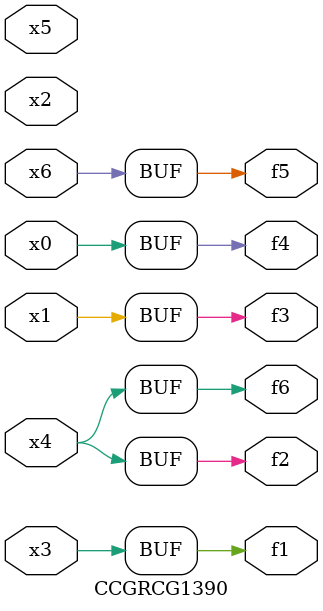
<source format=v>
module CCGRCG1390(
	input x0, x1, x2, x3, x4, x5, x6,
	output f1, f2, f3, f4, f5, f6
);
	assign f1 = x3;
	assign f2 = x4;
	assign f3 = x1;
	assign f4 = x0;
	assign f5 = x6;
	assign f6 = x4;
endmodule

</source>
